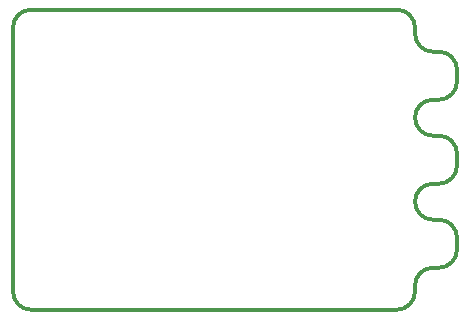
<source format=gbr>
%TF.GenerationSoftware,KiCad,Pcbnew,(6.0.5)*%
%TF.CreationDate,2023-01-29T08:36:09+08:00*%
%TF.ProjectId,Brushless_ESC_STC_V2,42727573-686c-4657-9373-5f4553435f53,rev?*%
%TF.SameCoordinates,Original*%
%TF.FileFunction,Profile,NP*%
%FSLAX46Y46*%
G04 Gerber Fmt 4.6, Leading zero omitted, Abs format (unit mm)*
G04 Created by KiCad (PCBNEW (6.0.5)) date 2023-01-29 08:36:09*
%MOMM*%
%LPD*%
G01*
G04 APERTURE LIST*
%TA.AperFunction,Profile*%
%ADD10C,0.300000*%
%TD*%
G04 APERTURE END LIST*
D10*
X80264000Y-109728000D02*
G75*
G03*
X78740000Y-111252000I0J-1524000D01*
G01*
X114808000Y-131572000D02*
X114300000Y-131572000D01*
X114808000Y-124460000D02*
G75*
G03*
X116332000Y-122936000I0J1524000D01*
G01*
X112776000Y-111252000D02*
X112776000Y-111760000D01*
X116332000Y-114808000D02*
G75*
G03*
X114808000Y-113284000I-1524000J0D01*
G01*
X112776000Y-118872000D02*
G75*
G03*
X114300000Y-120396000I1524000J0D01*
G01*
X114300000Y-113284000D02*
X114808000Y-113284000D01*
X116332000Y-114808000D02*
X116332000Y-115824000D01*
X114808000Y-124460000D02*
X114300000Y-124460000D01*
X80264000Y-135128000D02*
X111252000Y-135128000D01*
X114808000Y-117348000D02*
X114300000Y-117348000D01*
X111252000Y-135128000D02*
G75*
G03*
X112776000Y-133604000I0J1524000D01*
G01*
X111252000Y-109728000D02*
X80264000Y-109728000D01*
X114300000Y-124460000D02*
G75*
G03*
X112776000Y-125984000I0J-1524000D01*
G01*
X114300000Y-131572000D02*
G75*
G03*
X112776000Y-133096000I0J-1524000D01*
G01*
X78740000Y-111252000D02*
X78740000Y-133604000D01*
X78740000Y-133604000D02*
G75*
G03*
X80264000Y-135128000I1524000J0D01*
G01*
X116332000Y-129032000D02*
G75*
G03*
X114808000Y-127508000I-1524000J0D01*
G01*
X114300000Y-120396000D02*
X114808000Y-120396000D01*
X116332000Y-121920000D02*
X116332000Y-122936000D01*
X114808000Y-117348000D02*
G75*
G03*
X116332000Y-115824000I0J1524000D01*
G01*
X116332000Y-129032000D02*
X116332000Y-130048000D01*
X114300000Y-117348000D02*
G75*
G03*
X112776000Y-118872000I0J-1524000D01*
G01*
X112776000Y-133096000D02*
X112776000Y-133604000D01*
X114300000Y-127508000D02*
X114808000Y-127508000D01*
X112776000Y-111252000D02*
G75*
G03*
X111252000Y-109728000I-1524000J0D01*
G01*
X116332000Y-121920000D02*
G75*
G03*
X114808000Y-120396000I-1524000J0D01*
G01*
X112776000Y-125984000D02*
G75*
G03*
X114300000Y-127508000I1524000J0D01*
G01*
X114808000Y-131572000D02*
G75*
G03*
X116332000Y-130048000I0J1524000D01*
G01*
X112776000Y-111760000D02*
G75*
G03*
X114300000Y-113284000I1524000J0D01*
G01*
M02*

</source>
